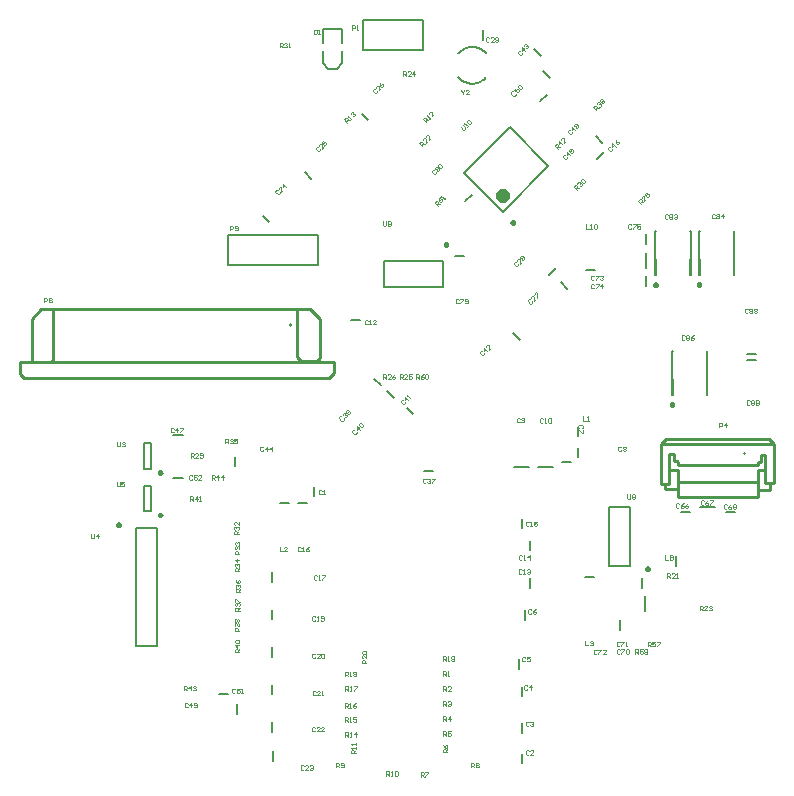
<source format=gbr>
%FSDAX24Y24*%
%MOIN*%
%SFA1B1*%

%IPPOS*%
%ADD61C,0.023600*%
%ADD62C,0.009800*%
%ADD64C,0.007900*%
%ADD65C,0.010000*%
%ADD66C,0.003000*%
%LNde-020717_legend_top-1*%
%LPD*%
G54D61*
X016628Y019912D02*
D01*
X016627Y019920*
X016626Y019928*
X016625Y019936*
X016623Y019944*
X016620Y019952*
X016617Y019959*
X016614Y019967*
X016610Y019974*
X016605Y019981*
X016600Y019987*
X016594Y019993*
X016588Y019999*
X016582Y020004*
X016575Y020009*
X016569Y020014*
X016561Y020018*
X016554Y020021*
X016546Y020024*
X016538Y020026*
X016530Y020028*
X016522Y020029*
X016514Y020029*
X016505*
X016497Y020029*
X016489Y020028*
X016481Y020026*
X016473Y020024*
X016465Y020021*
X016458Y020018*
X016451Y020014*
X016444Y020009*
X016437Y020004*
X016431Y019999*
X016425Y019993*
X016419Y019987*
X016414Y019981*
X016409Y019974*
X016405Y019967*
X016402Y019959*
X016399Y019952*
X016396Y019944*
X016394Y019936*
X016393Y019928*
X016392Y019920*
X016392Y019912*
X016392Y019903*
X016393Y019895*
X016394Y019887*
X016396Y019879*
X016399Y019871*
X016402Y019864*
X016405Y019856*
X016409Y019849*
X016414Y019842*
X016419Y019836*
X016425Y019830*
X016431Y019824*
X016437Y019819*
X016444Y019814*
X016451Y019809*
X016458Y019805*
X016465Y019802*
X016473Y019799*
X016481Y019797*
X016489Y019795*
X016497Y019794*
X016505Y019794*
X016514*
X016522Y019794*
X016530Y019795*
X016538Y019797*
X016546Y019799*
X016554Y019802*
X016561Y019805*
X016569Y019809*
X016575Y019814*
X016582Y019819*
X016588Y019824*
X016594Y019830*
X016600Y019836*
X016605Y019842*
X016610Y019849*
X016614Y019856*
X016617Y019864*
X016620Y019871*
X016623Y019879*
X016625Y019887*
X016626Y019895*
X016627Y019903*
X016628Y019912*
G54D62*
X016905Y019006D02*
D01*
X016904Y019009*
X016904Y019012*
X016903Y019016*
X016903Y019019*
X016902Y019022*
X016900Y019025*
X016899Y019029*
X016897Y019031*
X016895Y019034*
X016893Y019037*
X016891Y019040*
X016888Y019042*
X016886Y019044*
X016883Y019046*
X016880Y019048*
X016877Y019050*
X016874Y019051*
X016871Y019052*
X016867Y019053*
X016864Y019054*
X016861Y019054*
X016857Y019054*
X016854*
X016850Y019054*
X016847Y019054*
X016844Y019053*
X016840Y019052*
X016837Y019051*
X016834Y019050*
X016831Y019048*
X016828Y019046*
X016825Y019044*
X016823Y019042*
X016820Y019040*
X016818Y019037*
X016816Y019034*
X016814Y019031*
X016812Y019029*
X016811Y019025*
X016809Y019022*
X016808Y019019*
X016808Y019016*
X016807Y019012*
X016807Y019009*
X016807Y019006*
X016807Y019002*
X016807Y018999*
X016808Y018995*
X016808Y018992*
X016809Y018989*
X016811Y018986*
X016812Y018982*
X016814Y018980*
X016816Y018977*
X016818Y018974*
X016820Y018971*
X016823Y018969*
X016825Y018967*
X016828Y018965*
X016831Y018963*
X016834Y018961*
X016837Y018960*
X016840Y018959*
X016844Y018958*
X016847Y018957*
X016850Y018957*
X016854Y018957*
X016857*
X016861Y018957*
X016864Y018957*
X016867Y018958*
X016871Y018959*
X016874Y018960*
X016877Y018961*
X016880Y018963*
X016883Y018965*
X016886Y018967*
X016888Y018969*
X016891Y018971*
X016893Y018974*
X016895Y018977*
X016897Y018980*
X016899Y018982*
X016900Y018986*
X016902Y018989*
X016903Y018992*
X016903Y018995*
X016904Y018999*
X016904Y019002*
X016905Y019006*
X014675Y018284D02*
D01*
X014674Y018287*
X014674Y018290*
X014673Y018294*
X014673Y018297*
X014672Y018300*
X014670Y018303*
X014669Y018307*
X014667Y018309*
X014665Y018312*
X014663Y018315*
X014661Y018318*
X014658Y018320*
X014656Y018322*
X014653Y018324*
X014650Y018326*
X014647Y018328*
X014644Y018329*
X014641Y018330*
X014637Y018331*
X014634Y018332*
X014631Y018332*
X014627Y018332*
X014624*
X014620Y018332*
X014617Y018332*
X014614Y018331*
X014610Y018330*
X014607Y018329*
X014604Y018328*
X014601Y018326*
X014598Y018324*
X014595Y018322*
X014593Y018320*
X014590Y018318*
X014588Y018315*
X014586Y018312*
X014584Y018309*
X014582Y018307*
X014581Y018303*
X014579Y018300*
X014578Y018297*
X014578Y018294*
X014577Y018290*
X014577Y018287*
X014577Y018284*
X014577Y018280*
X014577Y018277*
X014578Y018273*
X014578Y018270*
X014579Y018267*
X014581Y018264*
X014582Y018260*
X014584Y018258*
X014586Y018255*
X014588Y018252*
X014590Y018249*
X014593Y018247*
X014595Y018245*
X014598Y018243*
X014601Y018241*
X014604Y018239*
X014607Y018238*
X014610Y018237*
X014614Y018236*
X014617Y018235*
X014620Y018235*
X014624Y018235*
X014627*
X014631Y018235*
X014634Y018235*
X014637Y018236*
X014641Y018237*
X014644Y018238*
X014647Y018239*
X014650Y018241*
X014653Y018243*
X014656Y018245*
X014658Y018247*
X014661Y018249*
X014663Y018252*
X014665Y018255*
X014667Y018258*
X014669Y018260*
X014670Y018264*
X014672Y018267*
X014673Y018270*
X014673Y018273*
X014674Y018277*
X014674Y018280*
X014675Y018284*
X021399Y007465D02*
D01*
X021398Y007468*
X021398Y007471*
X021397Y007475*
X021397Y007478*
X021396Y007481*
X021394Y007484*
X021393Y007488*
X021391Y007490*
X021389Y007493*
X021387Y007496*
X021385Y007499*
X021382Y007501*
X021380Y007503*
X021377Y007505*
X021374Y007507*
X021371Y007509*
X021368Y007510*
X021365Y007511*
X021361Y007512*
X021358Y007513*
X021355Y007513*
X021351Y007513*
X021348*
X021344Y007513*
X021341Y007513*
X021338Y007512*
X021334Y007511*
X021331Y007510*
X021328Y007509*
X021325Y007507*
X021322Y007505*
X021319Y007503*
X021317Y007501*
X021314Y007499*
X021312Y007496*
X021310Y007493*
X021308Y007490*
X021306Y007488*
X021305Y007484*
X021303Y007481*
X021302Y007478*
X021302Y007475*
X021301Y007471*
X021301Y007468*
X021301Y007465*
X021301Y007461*
X021301Y007458*
X021302Y007454*
X021302Y007451*
X021303Y007448*
X021305Y007445*
X021306Y007441*
X021308Y007439*
X021310Y007436*
X021312Y007433*
X021314Y007430*
X021317Y007428*
X021319Y007426*
X021322Y007424*
X021325Y007422*
X021328Y007420*
X021331Y007419*
X021334Y007418*
X021338Y007417*
X021341Y007416*
X021344Y007416*
X021348Y007416*
X021351*
X021355Y007416*
X021358Y007416*
X021361Y007417*
X021365Y007418*
X021368Y007419*
X021371Y007420*
X021374Y007422*
X021377Y007424*
X021380Y007426*
X021382Y007428*
X021385Y007430*
X021387Y007433*
X021389Y007436*
X021391Y007439*
X021393Y007441*
X021394Y007445*
X021396Y007448*
X021397Y007451*
X021397Y007454*
X021398Y007458*
X021398Y007461*
X021399Y007465*
X005143Y009259D02*
D01*
X005142Y009262*
X005142Y009265*
X005141Y009269*
X005141Y009272*
X005140Y009275*
X005138Y009278*
X005137Y009282*
X005135Y009284*
X005133Y009287*
X005131Y009290*
X005129Y009293*
X005126Y009295*
X005124Y009297*
X005121Y009299*
X005118Y009301*
X005115Y009303*
X005112Y009304*
X005109Y009305*
X005105Y009306*
X005102Y009307*
X005099Y009307*
X005095Y009307*
X005092*
X005088Y009307*
X005085Y009307*
X005082Y009306*
X005078Y009305*
X005075Y009304*
X005072Y009303*
X005069Y009301*
X005066Y009299*
X005063Y009297*
X005061Y009295*
X005058Y009293*
X005056Y009290*
X005054Y009287*
X005052Y009284*
X005050Y009282*
X005049Y009278*
X005047Y009275*
X005046Y009272*
X005046Y009269*
X005045Y009265*
X005045Y009262*
X005045Y009259*
X005045Y009255*
X005045Y009252*
X005046Y009248*
X005046Y009245*
X005047Y009242*
X005049Y009239*
X005050Y009235*
X005052Y009233*
X005054Y009230*
X005056Y009227*
X005058Y009224*
X005061Y009222*
X005063Y009220*
X005066Y009218*
X005069Y009216*
X005072Y009214*
X005075Y009213*
X005078Y009212*
X005082Y009211*
X005085Y009210*
X005088Y009210*
X005092Y009210*
X005095*
X005099Y009210*
X005102Y009210*
X005105Y009211*
X005109Y009212*
X005112Y009213*
X005115Y009214*
X005118Y009216*
X005121Y009218*
X005124Y009220*
X005126Y009222*
X005129Y009224*
X005131Y009227*
X005133Y009230*
X005135Y009233*
X005137Y009235*
X005138Y009239*
X005140Y009242*
X005141Y009245*
X005141Y009248*
X005142Y009252*
X005142Y009255*
X005143Y009259*
X003759Y008935D02*
D01*
X003758Y008938*
X003758Y008941*
X003757Y008945*
X003757Y008948*
X003756Y008951*
X003754Y008954*
X003753Y008958*
X003751Y008960*
X003749Y008963*
X003747Y008966*
X003745Y008969*
X003742Y008971*
X003740Y008973*
X003737Y008975*
X003734Y008977*
X003731Y008979*
X003728Y008980*
X003725Y008981*
X003721Y008982*
X003718Y008983*
X003715Y008983*
X003711Y008983*
X003708*
X003704Y008983*
X003701Y008983*
X003698Y008982*
X003694Y008981*
X003691Y008980*
X003688Y008979*
X003685Y008977*
X003682Y008975*
X003679Y008973*
X003677Y008971*
X003674Y008969*
X003672Y008966*
X003670Y008963*
X003668Y008960*
X003666Y008958*
X003665Y008954*
X003663Y008951*
X003662Y008948*
X003662Y008945*
X003661Y008941*
X003661Y008938*
X003661Y008935*
X003661Y008931*
X003661Y008928*
X003662Y008924*
X003662Y008921*
X003663Y008918*
X003665Y008915*
X003666Y008911*
X003668Y008909*
X003670Y008906*
X003672Y008903*
X003674Y008900*
X003677Y008898*
X003679Y008896*
X003682Y008894*
X003685Y008892*
X003688Y008890*
X003691Y008889*
X003694Y008888*
X003698Y008887*
X003701Y008886*
X003704Y008886*
X003708Y008886*
X003711*
X003715Y008886*
X003718Y008886*
X003721Y008887*
X003725Y008888*
X003728Y008889*
X003731Y008890*
X003734Y008892*
X003737Y008894*
X003740Y008896*
X003742Y008898*
X003745Y008900*
X003747Y008903*
X003749Y008906*
X003751Y008909*
X003753Y008911*
X003754Y008915*
X003756Y008918*
X003757Y008921*
X003757Y008924*
X003758Y008928*
X003758Y008931*
X003759Y008935*
X005143Y010669D02*
D01*
X005142Y010672*
X005142Y010675*
X005141Y010679*
X005141Y010682*
X005140Y010685*
X005138Y010688*
X005137Y010692*
X005135Y010694*
X005133Y010697*
X005131Y010700*
X005129Y010703*
X005126Y010705*
X005124Y010707*
X005121Y010709*
X005118Y010711*
X005115Y010713*
X005112Y010714*
X005109Y010715*
X005105Y010716*
X005102Y010717*
X005099Y010717*
X005095Y010717*
X005092*
X005088Y010717*
X005085Y010717*
X005082Y010716*
X005078Y010715*
X005075Y010714*
X005072Y010713*
X005069Y010711*
X005066Y010709*
X005063Y010707*
X005061Y010705*
X005058Y010703*
X005056Y010700*
X005054Y010697*
X005052Y010694*
X005050Y010692*
X005049Y010688*
X005047Y010685*
X005046Y010682*
X005046Y010679*
X005045Y010675*
X005045Y010672*
X005045Y010669*
X005045Y010665*
X005045Y010662*
X005046Y010658*
X005046Y010655*
X005047Y010652*
X005049Y010649*
X005050Y010645*
X005052Y010643*
X005054Y010640*
X005056Y010637*
X005058Y010634*
X005061Y010632*
X005063Y010630*
X005066Y010628*
X005069Y010626*
X005072Y010624*
X005075Y010623*
X005078Y010622*
X005082Y010621*
X005085Y010620*
X005088Y010620*
X005092Y010620*
X005095*
X005099Y010620*
X005102Y010620*
X005105Y010621*
X005109Y010622*
X005112Y010623*
X005115Y010624*
X005118Y010626*
X005121Y010628*
X005124Y010630*
X005126Y010632*
X005129Y010634*
X005131Y010637*
X005133Y010640*
X005135Y010643*
X005137Y010645*
X005138Y010649*
X005140Y010652*
X005141Y010655*
X005141Y010658*
X005142Y010662*
X005142Y010665*
X005143Y010669*
X022209Y012937D02*
D01*
X022208Y012940*
X022208Y012943*
X022207Y012947*
X022207Y012950*
X022206Y012953*
X022204Y012956*
X022203Y012960*
X022201Y012962*
X022199Y012965*
X022197Y012968*
X022195Y012971*
X022192Y012973*
X022190Y012975*
X022187Y012977*
X022184Y012979*
X022181Y012981*
X022178Y012982*
X022175Y012983*
X022171Y012984*
X022168Y012985*
X022165Y012985*
X022161Y012985*
X022158*
X022154Y012985*
X022151Y012985*
X022148Y012984*
X022144Y012983*
X022141Y012982*
X022138Y012981*
X022135Y012979*
X022132Y012977*
X022129Y012975*
X022127Y012973*
X022124Y012971*
X022122Y012968*
X022120Y012965*
X022118Y012962*
X022116Y012960*
X022115Y012956*
X022113Y012953*
X022112Y012950*
X022112Y012947*
X022111Y012943*
X022111Y012940*
X022111Y012937*
X022111Y012933*
X022111Y012930*
X022112Y012926*
X022112Y012923*
X022113Y012920*
X022115Y012917*
X022116Y012913*
X022118Y012911*
X022120Y012908*
X022122Y012905*
X022124Y012902*
X022127Y012900*
X022129Y012898*
X022132Y012896*
X022135Y012894*
X022138Y012892*
X022141Y012891*
X022144Y012890*
X022148Y012889*
X022151Y012888*
X022154Y012888*
X022158Y012888*
X022161*
X022165Y012888*
X022168Y012888*
X022171Y012889*
X022175Y012890*
X022178Y012891*
X022181Y012892*
X022184Y012894*
X022187Y012896*
X022190Y012898*
X022192Y012900*
X022195Y012902*
X022197Y012905*
X022199Y012908*
X022201Y012911*
X022203Y012913*
X022204Y012917*
X022206Y012920*
X022207Y012923*
X022207Y012926*
X022208Y012930*
X022208Y012933*
X022209Y012937*
X023109Y016937D02*
D01*
X023108Y016940*
X023108Y016943*
X023107Y016947*
X023107Y016950*
X023106Y016953*
X023104Y016956*
X023103Y016960*
X023101Y016962*
X023099Y016965*
X023097Y016968*
X023095Y016971*
X023092Y016973*
X023090Y016975*
X023087Y016977*
X023084Y016979*
X023081Y016981*
X023078Y016982*
X023075Y016983*
X023071Y016984*
X023068Y016985*
X023065Y016985*
X023061Y016985*
X023058*
X023054Y016985*
X023051Y016985*
X023048Y016984*
X023044Y016983*
X023041Y016982*
X023038Y016981*
X023035Y016979*
X023032Y016977*
X023029Y016975*
X023027Y016973*
X023024Y016971*
X023022Y016968*
X023020Y016965*
X023018Y016962*
X023016Y016960*
X023015Y016956*
X023013Y016953*
X023012Y016950*
X023012Y016947*
X023011Y016943*
X023011Y016940*
X023011Y016937*
X023011Y016933*
X023011Y016930*
X023012Y016926*
X023012Y016923*
X023013Y016920*
X023015Y016917*
X023016Y016913*
X023018Y016911*
X023020Y016908*
X023022Y016905*
X023024Y016902*
X023027Y016900*
X023029Y016898*
X023032Y016896*
X023035Y016894*
X023038Y016892*
X023041Y016891*
X023044Y016890*
X023048Y016889*
X023051Y016888*
X023054Y016888*
X023058Y016888*
X023061*
X023065Y016888*
X023068Y016888*
X023071Y016889*
X023075Y016890*
X023078Y016891*
X023081Y016892*
X023084Y016894*
X023087Y016896*
X023090Y016898*
X023092Y016900*
X023095Y016902*
X023097Y016905*
X023099Y016908*
X023101Y016911*
X023103Y016913*
X023104Y016917*
X023106Y016920*
X023107Y016923*
X023107Y016926*
X023108Y016930*
X023108Y016933*
X023109Y016937*
X021659D02*
D01*
X021658Y016940*
X021658Y016943*
X021657Y016947*
X021657Y016950*
X021656Y016953*
X021654Y016956*
X021653Y016960*
X021651Y016962*
X021649Y016965*
X021647Y016968*
X021645Y016971*
X021642Y016973*
X021640Y016975*
X021637Y016977*
X021634Y016979*
X021631Y016981*
X021628Y016982*
X021625Y016983*
X021621Y016984*
X021618Y016985*
X021615Y016985*
X021611Y016985*
X021608*
X021604Y016985*
X021601Y016985*
X021598Y016984*
X021594Y016983*
X021591Y016982*
X021588Y016981*
X021585Y016979*
X021582Y016977*
X021579Y016975*
X021577Y016973*
X021574Y016971*
X021572Y016968*
X021570Y016965*
X021568Y016962*
X021566Y016960*
X021565Y016956*
X021563Y016953*
X021562Y016950*
X021562Y016947*
X021561Y016943*
X021561Y016940*
X021561Y016937*
X021561Y016933*
X021561Y016930*
X021562Y016926*
X021562Y016923*
X021563Y016920*
X021565Y016917*
X021566Y016913*
X021568Y016911*
X021570Y016908*
X021572Y016905*
X021574Y016902*
X021577Y016900*
X021579Y016898*
X021582Y016896*
X021585Y016894*
X021588Y016892*
X021591Y016891*
X021594Y016890*
X021598Y016889*
X021601Y016888*
X021604Y016888*
X021608Y016888*
X021611*
X021615Y016888*
X021618Y016888*
X021621Y016889*
X021625Y016890*
X021628Y016891*
X021631Y016892*
X021634Y016894*
X021637Y016896*
X021640Y016898*
X021642Y016900*
X021645Y016902*
X021647Y016905*
X021649Y016908*
X021651Y016911*
X021653Y016913*
X021654Y016917*
X021656Y016920*
X021657Y016923*
X021657Y016926*
X021658Y016930*
X021658Y016933*
X021659Y016937*
G54D64*
X015036Y023854D02*
D01*
X015064Y023822*
X015095Y023793*
X015128Y023766*
X015163Y023741*
X015199Y023719*
X015237Y023699*
X015276Y023682*
X015316Y023668*
X015357Y023656*
X015399Y023648*
X015441Y023642*
X015483Y023640*
X015526Y023640*
X015568Y023643*
X015610Y023650*
X015652Y023659*
X015693Y023671*
X015733Y023686*
X015771Y023703*
X015809Y023724*
X015845Y023747*
X015879Y023772*
X015911Y023800*
X015942Y023829*
X015959Y023848*
X015955Y024652D02*
D01*
X015925Y024683*
X015894Y024711*
X015861Y024738*
X015826Y024762*
X015789Y024784*
X015751Y024803*
X015712Y024820*
X015672Y024834*
X015631Y024845*
X015589Y024852*
X015546Y024858*
X015504Y024860*
X015461Y024859*
X015419Y024855*
X015377Y024848*
X015335Y024838*
X015295Y024826*
X015255Y024810*
X015216Y024792*
X015179Y024771*
X015144Y024748*
X015110Y024722*
X015078Y024694*
X015048Y024664*
X015032Y024646*
X019293Y017431D02*
X019607D01*
X019243Y007204D02*
X019557D01*
X022276Y007880D02*
Y007565D01*
X009093Y009669D02*
X009407D01*
X019031Y011893D02*
Y012207D01*
X011165Y024318D02*
Y024712D01*
X010535Y024318D02*
X010693Y024122D01*
X011007D02*
X011165Y024318D01*
X010535D02*
Y024712D01*
X010693Y024122D02*
X011007D01*
X010535Y025460D02*
X011165D01*
Y024988D02*
Y025460D01*
X010535Y024988D02*
Y025460D01*
X016510Y019356D02*
X018041Y020887D01*
X015215Y020650D02*
X016746Y022181D01*
X015215Y020650D02*
X016510Y019356D01*
X016746Y022181D02*
X018041Y020887D01*
X012557Y016867D02*
Y017733D01*
X014526D02*
Y016867D01*
X012557D02*
X014526D01*
X012557Y017733D02*
X014526D01*
X020051Y009534D02*
X020759D01*
X020051Y007566D02*
X020759D01*
X020051D02*
Y009534D01*
X020759Y007566D02*
Y009534D01*
X004572Y009377D02*
X004808D01*
X004572Y010243D02*
X004808D01*
Y009377D02*
Y010243D01*
X004572Y009377D02*
Y010243D01*
X004301Y004882D02*
X005009D01*
X004301Y008819D02*
X005009D01*
Y004882D02*
Y008819D01*
X004301Y004882D02*
Y008819D01*
X004572Y010787D02*
X004808D01*
X004572Y011653D02*
X004808D01*
Y010787*
X004572D02*
Y011653D01*
X007350Y018600D02*
X010350D01*
X007350Y017600D02*
Y018600D01*
Y017600D02*
X010350D01*
Y018600*
X011850Y025750D02*
X013850D01*
X011850Y024750D02*
Y025750D01*
Y024750D02*
X013850D01*
Y025750*
X024643Y014439D02*
X024957D01*
X024643Y014631D02*
X024957D01*
X022179Y013272D02*
Y013803D01*
X022159Y014728D02*
X022179D01*
X023321Y013803D02*
Y013272D01*
Y014728D02*
X023341D01*
X022159Y013272D02*
Y014728D01*
X023341Y013272D02*
Y014728D01*
X023079Y017272D02*
Y017803D01*
X023059Y018728D02*
X023079D01*
X024221Y017272D02*
Y017803D01*
Y018728D02*
X024241D01*
X023059Y017272D02*
Y018728D01*
X024241Y017272D02*
Y018728D01*
X021629Y017272D02*
Y017803D01*
X021609Y018728D02*
X021629D01*
X022771Y017803D02*
Y017272D01*
Y018728D02*
X022791D01*
X021609Y017272D02*
Y018728D01*
X022791D02*
Y017272D01*
X015262Y019715D02*
X015485Y019938D01*
X014913Y017879D02*
X015227D01*
X021298Y018297D02*
Y018612D01*
Y017217D02*
Y016903D01*
Y017494D02*
Y018006D01*
X020419Y005443D02*
Y005757D01*
X021169Y006843D02*
Y007157D01*
X021248Y006556D02*
Y006044D01*
X023943Y009363D02*
X024257D01*
X023089Y009520D02*
X023601D01*
X022443Y009363D02*
X022757D01*
X005533Y010479D02*
X005847D01*
X007043Y003296D02*
X007357D01*
X017872Y024045D02*
X018095Y023822D01*
X007669Y002643D02*
Y002957D01*
X017759Y023049D02*
X017981Y023272D01*
X005533Y011929D02*
X005847D01*
X019668Y021140D02*
X019891Y021362D01*
X019612Y021885D02*
X019835Y021662D01*
X007581Y010893D02*
Y011207D01*
X017562Y024785D02*
X017785Y024562D01*
X016862Y015315D02*
X017085Y015092D01*
X013315Y012838D02*
X013538Y012615D01*
X012662Y013385D02*
X012885Y013162D01*
X012242Y013805D02*
X012465Y013582D01*
X013883Y010711D02*
X014197D01*
X015859Y025103D02*
Y025417D01*
X018062Y017265D02*
X018285Y017488D01*
X018449Y017021D02*
X018671Y016799D01*
X011815Y022638D02*
X012038Y022415D01*
X009915Y020688D02*
X010138Y020465D01*
X008515Y019238D02*
X008738Y019015D01*
X008851Y001063D02*
Y001377D01*
X008831Y002043D02*
Y002357D01*
Y003293D02*
Y003607D01*
Y004543D02*
Y004857D01*
Y005793D02*
Y006107D01*
Y007043D02*
Y007357D01*
X009693Y009669D02*
X010007D01*
X017169Y008817D02*
Y009132D01*
X017419Y008093D02*
Y008407D01*
Y006843D02*
Y007157D01*
X011443Y015769D02*
X011757D01*
X017694Y010852D02*
X018206D01*
X016894D02*
X017406D01*
X019031Y011193D02*
Y011507D01*
X018493Y011031D02*
X018807D01*
X017269Y005763D02*
Y006077D01*
X017069Y004143D02*
Y004457D01*
X017169Y003221D02*
Y003536D01*
Y002007D02*
Y002322D01*
Y000993D02*
Y001307D01*
X010219Y009893D02*
Y010207D01*
G54D65*
X009420Y015610D02*
X009440Y015590D01*
Y015580D02*
Y015590D01*
X001120Y016110D02*
X010090D01*
X000810Y015800D02*
X001120Y016110D01*
X000810Y014410D02*
Y015800D01*
Y014410D02*
X000870Y014350D01*
X001460*
X001540Y014430*
Y016110*
X010090D02*
X010420Y015780D01*
Y014500D02*
Y015780D01*
X010310Y014390D02*
X010420Y014500D01*
X009800Y014390D02*
X010310D01*
X009670Y014520D02*
X009800Y014390D01*
X009670Y014520D02*
Y016110D01*
X000440Y014350D02*
X010880D01*
X000440Y013970D02*
Y014350D01*
Y013970D02*
X000570Y013840D01*
X010730*
X010880Y013990*
Y014350*
X024560Y011340D02*
X024570D01*
X022360Y009870D02*
Y010110D01*
X022370Y009860D02*
X025010D01*
Y010100*
X021910Y010110D02*
Y010250D01*
Y010110D02*
X022360D01*
Y010370*
X025010D02*
X025020Y010380D01*
X025010Y010100D02*
Y010370D01*
Y010100D02*
X025440D01*
Y010250*
X022080Y010760D02*
X022360D01*
Y010370D02*
Y010760D01*
Y010370D02*
X025020D01*
Y010770*
X025210*
X021790Y011620D02*
X025560D01*
X025390Y011790D02*
X025560Y011620D01*
Y011610D02*
Y011620D01*
Y010310D02*
Y011610D01*
X025260Y010310D02*
X025560D01*
X025260D02*
Y011270D01*
X025120D02*
X025260D01*
X025120Y011040D02*
Y011270D01*
X025010Y011040D02*
X025120D01*
X025010Y010940D02*
Y011040D01*
X025000Y010930D02*
X025010Y010940D01*
X022350Y010930D02*
X025000D01*
X022350D02*
Y011030D01*
X022330Y011050D02*
X022350Y011030D01*
X022220Y011050D02*
X022330D01*
X022220D02*
Y011280D01*
X022050D02*
X022220D01*
X022050Y010280D02*
Y011280D01*
X021810Y010280D02*
X022050D01*
X021790Y010300D02*
X021810Y010280D01*
X021790Y010300D02*
Y011620D01*
X021960Y011790*
X025390*
G54D66*
X010480Y010075D02*
X010455Y010100D01*
X010405*
X010380Y010075*
Y009975*
X010405Y009950*
X010455*
X010480Y009975*
X010530Y009950D02*
X010580D01*
X010555*
Y010100*
X010530Y010075*
X017390Y001395D02*
X017365Y001420D01*
X017315*
X017290Y001395*
Y001295*
X017315Y001270*
X017365*
X017390Y001295*
X017540Y001270D02*
X017440D01*
X017540Y001370*
Y001395*
X017515Y001420*
X017465*
X017440Y001395*
X017390Y002345D02*
X017365Y002370D01*
X017315*
X017290Y002345*
Y002245*
X017315Y002220*
X017365*
X017390Y002245*
X017440Y002345D02*
X017465Y002370D01*
X017515*
X017540Y002345*
Y002320*
X017515Y002295*
X017490*
X017515*
X017540Y002270*
Y002245*
X017515Y002220*
X017465*
X017440Y002245*
X017340Y003565D02*
X017315Y003590D01*
X017265*
X017240Y003565*
Y003465*
X017265Y003440*
X017315*
X017340Y003465*
X017465Y003440D02*
Y003590D01*
X017390Y003515*
X017490*
X017270Y004505D02*
X017245Y004530D01*
X017195*
X017170Y004505*
Y004405*
X017195Y004380*
X017245*
X017270Y004405*
X017420Y004530D02*
X017320D01*
Y004455*
X017370Y004480*
X017395*
X017420Y004455*
Y004405*
X017395Y004380*
X017345*
X017320Y004405*
X017470Y006085D02*
X017445Y006110D01*
X017395*
X017370Y006085*
Y005985*
X017395Y005960*
X017445*
X017470Y005985*
X017620Y006110D02*
X017570Y006085D01*
X017520Y006035*
Y005985*
X017545Y005960*
X017595*
X017620Y005985*
Y006010*
X017595Y006035*
X017520*
X019155Y012150D02*
X019180Y012175D01*
Y012225*
X019155Y012250*
X019055*
X019030Y012225*
Y012175*
X019055Y012150*
X019180Y012100D02*
Y012000D01*
X019155*
X019055Y012100*
X019030*
X020470Y011515D02*
X020445Y011540D01*
X020395*
X020370Y011515*
Y011415*
X020395Y011390*
X020445*
X020470Y011415*
X020520Y011515D02*
X020545Y011540D01*
X020595*
X020620Y011515*
Y011490*
X020595Y011465*
X020620Y011440*
Y011415*
X020595Y011390*
X020545*
X020520Y011415*
Y011440*
X020545Y011465*
X020520Y011490*
Y011515*
X020545Y011465D02*
X020595D01*
X017090Y012475D02*
X017065Y012500D01*
X017015*
X016990Y012475*
Y012375*
X017015Y012350*
X017065*
X017090Y012375*
X017140D02*
X017165Y012350D01*
X017215*
X017240Y012375*
Y012475*
X017215Y012500*
X017165*
X017140Y012475*
Y012450*
X017165Y012425*
X017240*
X017860Y012465D02*
X017835Y012490D01*
X017785*
X017760Y012465*
Y012365*
X017785Y012340*
X017835*
X017860Y012365*
X017910Y012340D02*
X017960D01*
X017935*
Y012490*
X017910Y012465*
X018035D02*
X018060Y012490D01*
X018110*
X018135Y012465*
Y012365*
X018110Y012340*
X018060*
X018035Y012365*
Y012465*
X012020Y015735D02*
X011995Y015760D01*
X011945*
X011920Y015735*
Y015635*
X011945Y015610*
X011995*
X012020Y015635*
X012070Y015610D02*
X012120D01*
X012095*
Y015760*
X012070Y015735*
X012295Y015610D02*
X012195D01*
X012295Y015710*
Y015735*
X012270Y015760*
X012220*
X012195Y015735*
X017150Y007425D02*
X017125Y007450D01*
X017075*
X017050Y007425*
Y007325*
X017075Y007300*
X017125*
X017150Y007325*
X017200Y007300D02*
X017250D01*
X017225*
Y007450*
X017200Y007425*
X017325D02*
X017350Y007450D01*
X017400*
X017425Y007425*
Y007400*
X017400Y007375*
X017375*
X017400*
X017425Y007350*
Y007325*
X017400Y007300*
X017350*
X017325Y007325*
X017160Y007895D02*
X017135Y007920D01*
X017085*
X017060Y007895*
Y007795*
X017085Y007770*
X017135*
X017160Y007795*
X017210Y007770D02*
X017260D01*
X017235*
Y007920*
X017210Y007895*
X017410Y007770D02*
Y007920D01*
X017335Y007845*
X017435*
X017390Y009015D02*
X017365Y009040D01*
X017315*
X017290Y009015*
Y008915*
X017315Y008890*
X017365*
X017390Y008915*
X017440Y008890D02*
X017490D01*
X017465*
Y009040*
X017440Y009015*
X017665Y009040D02*
X017565D01*
Y008965*
X017615Y008990*
X017640*
X017665Y008965*
Y008915*
X017640Y008890*
X017590*
X017565Y008915*
X009780Y008175D02*
X009755Y008200D01*
X009705*
X009680Y008175*
Y008075*
X009705Y008050*
X009755*
X009780Y008075*
X009830Y008050D02*
X009880D01*
X009855*
Y008200*
X009830Y008175*
X010055Y008200D02*
X010005Y008175D01*
X009955Y008125*
Y008075*
X009980Y008050*
X010030*
X010055Y008075*
Y008100*
X010030Y008125*
X009955*
X010330Y007225D02*
X010305Y007250D01*
X010255*
X010230Y007225*
Y007125*
X010255Y007100*
X010305*
X010330Y007125*
X010380Y007100D02*
X010430D01*
X010405*
Y007250*
X010380Y007225*
X010505Y007250D02*
X010605D01*
Y007225*
X010505Y007125*
Y007100*
X010270Y005865D02*
X010245Y005890D01*
X010195*
X010170Y005865*
Y005765*
X010195Y005740*
X010245*
X010270Y005765*
X010320Y005740D02*
X010370D01*
X010345*
Y005890*
X010320Y005865*
X010445Y005765D02*
X010470Y005740D01*
X010520*
X010545Y005765*
Y005865*
X010520Y005890*
X010470*
X010445Y005865*
Y005840*
X010470Y005815*
X010545*
X010270Y004615D02*
X010245Y004640D01*
X010195*
X010170Y004615*
Y004515*
X010195Y004490*
X010245*
X010270Y004515*
X010420Y004490D02*
X010320D01*
X010420Y004590*
Y004615*
X010395Y004640*
X010345*
X010320Y004615*
X010470D02*
X010495Y004640D01*
X010545*
X010570Y004615*
Y004515*
X010545Y004490*
X010495*
X010470Y004515*
Y004615*
X010280Y003375D02*
X010255Y003400D01*
X010205*
X010180Y003375*
Y003275*
X010205Y003250*
X010255*
X010280Y003275*
X010430Y003250D02*
X010330D01*
X010430Y003350*
Y003375*
X010405Y003400*
X010355*
X010330Y003375*
X010480Y003250D02*
X010530D01*
X010505*
Y003400*
X010480Y003375*
X010260Y002175D02*
X010235Y002200D01*
X010185*
X010160Y002175*
Y002075*
X010185Y002050*
X010235*
X010260Y002075*
X010410Y002050D02*
X010310D01*
X010410Y002150*
Y002175*
X010385Y002200*
X010335*
X010310Y002175*
X010560Y002050D02*
X010460D01*
X010560Y002150*
Y002175*
X010535Y002200*
X010485*
X010460Y002175*
X009880Y000885D02*
X009855Y000910D01*
X009805*
X009780Y000885*
Y000785*
X009805Y000760*
X009855*
X009880Y000785*
X010030Y000760D02*
X009930D01*
X010030Y000860*
Y000885*
X010005Y000910*
X009955*
X009930Y000885*
X010080D02*
X010105Y000910D01*
X010155*
X010180Y000885*
Y000860*
X010155Y000835*
X010130*
X010155*
X010180Y000810*
Y000785*
X010155Y000760*
X010105*
X010080Y000785*
X009012Y020089D02*
X008977D01*
X008942Y020054*
Y020018*
X009012Y019948*
X009048*
X009083Y019983*
Y020018*
X009207Y020107D02*
X009136Y020036D01*
Y020177*
X009118Y020195*
X009083*
X009048Y020160*
Y020124*
X009295Y020195D02*
X009189Y020301D01*
Y020195*
X009260Y020266*
X010352Y021529D02*
X010317D01*
X010282Y021494*
Y021458*
X010352Y021388*
X010388*
X010423Y021423*
Y021458*
X010547Y021547D02*
X010476Y021476D01*
Y021617*
X010458Y021635*
X010423*
X010388Y021600*
Y021564*
X010547Y021759D02*
X010476Y021688D01*
X010529Y021635*
X010547Y021688*
X010564Y021706*
X010600*
X010635Y021670*
Y021635*
X010600Y021600*
X010564*
X012252Y023469D02*
X012217D01*
X012182Y023434*
Y023398*
X012252Y023328*
X012288*
X012323Y023363*
Y023398*
X012447Y023487D02*
X012376Y023416D01*
Y023557*
X012358Y023575*
X012323*
X012288Y023540*
Y023504*
X012447Y023699D02*
X012429Y023646D01*
Y023575*
X012464Y023540*
X012500*
X012535Y023575*
Y023610*
X012517Y023628*
X012482*
X012429Y023575*
X017432Y016449D02*
X017397D01*
X017362Y016414*
Y016378*
X017432Y016308*
X017468*
X017503Y016343*
Y016378*
X017627Y016467D02*
X017556Y016396D01*
Y016537*
X017538Y016555*
X017503*
X017468Y016520*
Y016484*
X017556Y016608D02*
X017627Y016679D01*
X017644Y016661*
Y016520*
X017662Y016502*
X016952Y017689D02*
X016917D01*
X016882Y017654*
Y017618*
X016952Y017548*
X016988*
X017023Y017583*
Y017618*
X017147Y017707D02*
X017076Y017636D01*
Y017777*
X017058Y017795*
X017023*
X016988Y017760*
Y017724*
X017094Y017830D02*
Y017866D01*
X017129Y017901*
X017164*
X017182Y017883*
Y017848*
X017217*
X017235Y017830*
Y017795*
X017200Y017760*
X017164*
X017147Y017777*
Y017813*
X017111*
X017094Y017830*
X017147Y017813D02*
X017182Y017848D01*
X016060Y025155D02*
X016035Y025180D01*
X015985*
X015960Y025155*
Y025055*
X015985Y025030*
X016035*
X016060Y025055*
X016210Y025030D02*
X016110D01*
X016210Y025130*
Y025155*
X016185Y025180*
X016135*
X016110Y025155*
X016260Y025055D02*
X016285Y025030D01*
X016335*
X016360Y025055*
Y025155*
X016335Y025180*
X016285*
X016260Y025155*
Y025130*
X016285Y025105*
X016360*
X013958Y010444D02*
X013933Y010469D01*
X013883*
X013858Y010444*
Y010344*
X013883Y010319*
X013933*
X013958Y010344*
X014008Y010444D02*
X014033Y010469D01*
X014083*
X014108Y010444*
Y010419*
X014083Y010394*
X014058*
X014083*
X014108Y010369*
Y010344*
X014083Y010319*
X014033*
X014008Y010344*
X014158Y010469D02*
X014258D01*
Y010444*
X014158Y010344*
Y010319*
X011142Y012549D02*
X011107D01*
X011072Y012514*
Y012478*
X011142Y012408*
X011178*
X011213Y012443*
Y012478*
X011178Y012584D02*
Y012620D01*
X011213Y012655*
X011248*
X011266Y012637*
Y012602*
X011248Y012584*
X011266Y012602*
X011301*
X011319Y012584*
Y012549*
X011284Y012514*
X011248*
X011354Y012620D02*
X011390D01*
X011425Y012655*
Y012690*
X011354Y012761*
X011319*
X011284Y012726*
Y012690*
X011301Y012673*
X011337*
X011390Y012726*
X011572Y012109D02*
X011537D01*
X011502Y012074*
Y012038*
X011572Y011968*
X011608*
X011643Y012003*
Y012038*
X011749Y012109D02*
X011643Y012215D01*
Y012109*
X011714Y012180*
Y012250D02*
Y012286D01*
X011749Y012321*
X011784*
X011855Y012250*
Y012215*
X011820Y012180*
X011784*
X011714Y012250*
X013182Y013099D02*
X013147D01*
X013112Y013064*
Y013028*
X013182Y012958*
X013218*
X013253Y012993*
Y013028*
X013359Y013099D02*
X013253Y013205D01*
Y013099*
X013324Y013170*
X013412Y013152D02*
X013447Y013187D01*
X013430Y013170*
X013324Y013276*
Y013240*
X015832Y014719D02*
X015797D01*
X015762Y014684*
Y014648*
X015832Y014578*
X015868*
X015903Y014613*
Y014648*
X016009Y014719D02*
X015903Y014825D01*
Y014719*
X015974Y014790*
X016133Y014843D02*
X016062Y014772D01*
Y014913*
X016044Y014931*
X016009*
X015974Y014896*
Y014860*
X017092Y024739D02*
X017057D01*
X017022Y024704*
Y024668*
X017092Y024598*
X017128*
X017163Y024633*
Y024668*
X017269Y024739D02*
X017163Y024845D01*
Y024739*
X017234Y024810*
Y024880D02*
Y024916D01*
X017269Y024951*
X017304*
X017322Y024933*
Y024898*
X017304Y024880*
X017322Y024898*
X017357*
X017375Y024880*
Y024845*
X017340Y024810*
X017304*
X008540Y011515D02*
X008515Y011540D01*
X008465*
X008440Y011515*
Y011415*
X008465Y011390*
X008515*
X008540Y011415*
X008665Y011390D02*
Y011540D01*
X008590Y011465*
X008690*
X008815Y011390D02*
Y011540D01*
X008740Y011465*
X008840*
X018592Y021269D02*
X018557D01*
X018522Y021234*
Y021198*
X018592Y021128*
X018628*
X018663Y021163*
Y021198*
X018769Y021269D02*
X018663Y021375D01*
Y021269*
X018734Y021340*
X018787Y021499D02*
X018716Y021428D01*
X018769Y021375*
X018787Y021428*
X018804Y021446*
X018840*
X018875Y021410*
Y021375*
X018840Y021340*
X018804*
X020102Y021539D02*
X020067D01*
X020032Y021504*
Y021468*
X020102Y021398*
X020138*
X020173Y021433*
Y021468*
X020279Y021539D02*
X020173Y021645D01*
Y021539*
X020244Y021610*
X020297Y021769D02*
X020279Y021716D01*
Y021645*
X020314Y021610*
X020350*
X020385Y021645*
Y021680*
X020367Y021698*
X020332*
X020279Y021645*
X005550Y012135D02*
X005525Y012160D01*
X005475*
X005450Y012135*
Y012035*
X005475Y012010*
X005525*
X005550Y012035*
X005675Y012010D02*
Y012160D01*
X005600Y012085*
X005700*
X005750Y012160D02*
X005850D01*
Y012135*
X005750Y012035*
Y012010*
X018752Y022089D02*
X018717D01*
X018682Y022054*
Y022018*
X018752Y021948*
X018788*
X018823Y021983*
Y022018*
X018929Y022089D02*
X018823Y022195D01*
Y022089*
X018894Y022160*
Y022230D02*
Y022266D01*
X018929Y022301*
X018964*
X018982Y022283*
Y022248*
X019017*
X019035Y022230*
Y022195*
X019000Y022160*
X018964*
X018947Y022177*
Y022213*
X018911*
X018894Y022230*
X018947Y022213D02*
X018982Y022248D01*
X006010Y002975D02*
X005985Y003000D01*
X005935*
X005910Y002975*
Y002875*
X005935Y002850*
X005985*
X006010Y002875*
X006135Y002850D02*
Y003000D01*
X006060Y002925*
X006160*
X006210Y002875D02*
X006235Y002850D01*
X006285*
X006310Y002875*
Y002975*
X006285Y003000*
X006235*
X006210Y002975*
Y002950*
X006235Y002925*
X006310*
X016872Y023379D02*
X016837D01*
X016802Y023344*
Y023308*
X016872Y023238*
X016908*
X016943Y023273*
Y023308*
X016961Y023503D02*
X016890Y023432D01*
X016943Y023379*
X016961Y023432*
X016978Y023450*
X017014*
X017049Y023414*
Y023379*
X017014Y023344*
X016978*
X017014Y023520D02*
Y023556D01*
X017049Y023591*
X017084*
X017155Y023520*
Y023485*
X017120Y023450*
X017084*
X017014Y023520*
X007600Y003445D02*
X007575Y003470D01*
X007525*
X007500Y003445*
Y003345*
X007525Y003320*
X007575*
X007600Y003345*
X007750Y003470D02*
X007650D01*
Y003395*
X007700Y003420*
X007725*
X007750Y003395*
Y003345*
X007725Y003320*
X007675*
X007650Y003345*
X007800Y003320D02*
X007850D01*
X007825*
Y003470*
X007800Y003445*
X006170Y010555D02*
X006145Y010580D01*
X006095*
X006070Y010555*
Y010455*
X006095Y010430*
X006145*
X006170Y010455*
X006320Y010580D02*
X006220D01*
Y010505*
X006270Y010530*
X006295*
X006320Y010505*
Y010455*
X006295Y010430*
X006245*
X006220Y010455*
X006470Y010430D02*
X006370D01*
X006470Y010530*
Y010555*
X006445Y010580*
X006395*
X006370Y010555*
X022394Y009619D02*
X022369Y009644D01*
X022319*
X022294Y009619*
Y009519*
X022319Y009494*
X022369*
X022394Y009519*
X022544Y009644D02*
X022494Y009619D01*
X022444Y009569*
Y009519*
X022469Y009494*
X022519*
X022544Y009519*
Y009544*
X022519Y009569*
X022444*
X022694Y009644D02*
X022644Y009619D01*
X022594Y009569*
Y009519*
X022619Y009494*
X022669*
X022694Y009519*
Y009544*
X022669Y009569*
X022594*
X023220Y009725D02*
X023195Y009750D01*
X023145*
X023120Y009725*
Y009625*
X023145Y009600*
X023195*
X023220Y009625*
X023370Y009750D02*
X023320Y009725D01*
X023270Y009675*
Y009625*
X023295Y009600*
X023345*
X023370Y009625*
Y009650*
X023345Y009675*
X023270*
X023420Y009750D02*
X023520D01*
Y009725*
X023420Y009625*
Y009600*
X023990Y009585D02*
X023965Y009610D01*
X023915*
X023890Y009585*
Y009485*
X023915Y009460*
X023965*
X023990Y009485*
X024140Y009610D02*
X024090Y009585D01*
X024040Y009535*
Y009485*
X024065Y009460*
X024115*
X024140Y009485*
Y009510*
X024115Y009535*
X024040*
X024190Y009585D02*
X024215Y009610D01*
X024265*
X024290Y009585*
Y009560*
X024265Y009535*
X024290Y009510*
Y009485*
X024265Y009460*
X024215*
X024190Y009485*
Y009510*
X024215Y009535*
X024190Y009560*
Y009585*
X024215Y009535D02*
X024265D01*
X020420Y004755D02*
X020395Y004780D01*
X020345*
X020320Y004755*
Y004655*
X020345Y004630*
X020395*
X020420Y004655*
X020470Y004780D02*
X020570D01*
Y004755*
X020470Y004655*
Y004630*
X020620Y004755D02*
X020645Y004780D01*
X020695*
X020720Y004755*
Y004655*
X020695Y004630*
X020645*
X020620Y004655*
Y004755*
X020410Y005015D02*
X020385Y005040D01*
X020335*
X020310Y005015*
Y004915*
X020335Y004890*
X020385*
X020410Y004915*
X020460Y005040D02*
X020560D01*
Y005015*
X020460Y004915*
Y004890*
X020610D02*
X020660D01*
X020635*
Y005040*
X020610Y005015*
X019650Y004745D02*
X019625Y004770D01*
X019575*
X019550Y004745*
Y004645*
X019575Y004620*
X019625*
X019650Y004645*
X019700Y004770D02*
X019800D01*
Y004745*
X019700Y004645*
Y004620*
X019950D02*
X019850D01*
X019950Y004720*
Y004745*
X019925Y004770*
X019875*
X019850Y004745*
X019560Y017215D02*
X019535Y017240D01*
X019485*
X019460Y017215*
Y017115*
X019485Y017090*
X019535*
X019560Y017115*
X019610Y017240D02*
X019710D01*
Y017215*
X019610Y017115*
Y017090*
X019760Y017215D02*
X019785Y017240D01*
X019835*
X019860Y017215*
Y017190*
X019835Y017165*
X019810*
X019835*
X019860Y017140*
Y017115*
X019835Y017090*
X019785*
X019760Y017115*
X019560Y016935D02*
X019535Y016960D01*
X019485*
X019460Y016935*
Y016835*
X019485Y016810*
X019535*
X019560Y016835*
X019610Y016960D02*
X019710D01*
Y016935*
X019610Y016835*
Y016810*
X019835D02*
Y016960D01*
X019760Y016885*
X019860*
X020809Y018925D02*
X020784Y018950D01*
X020734*
X020709Y018925*
Y018825*
X020734Y018800*
X020784*
X020809Y018825*
X020859Y018950D02*
X020959D01*
Y018925*
X020859Y018825*
Y018800*
X021109Y018950D02*
X021009D01*
Y018875*
X021059Y018900*
X021084*
X021109Y018875*
Y018825*
X021084Y018800*
X021034*
X021009Y018825*
X015050Y016435D02*
X015025Y016460D01*
X014975*
X014950Y016435*
Y016335*
X014975Y016310*
X015025*
X015050Y016335*
X015100Y016460D02*
X015200D01*
Y016435*
X015100Y016335*
Y016310*
X015250Y016335D02*
X015275Y016310D01*
X015325*
X015350Y016335*
Y016435*
X015325Y016460*
X015275*
X015250Y016435*
Y016410*
X015275Y016385*
X015350*
X014222Y020759D02*
X014187D01*
X014152Y020724*
Y020688*
X014222Y020618*
X014258*
X014293Y020653*
Y020688*
X014258Y020794D02*
Y020830D01*
X014293Y020865*
X014328*
X014346Y020847*
Y020812*
X014381*
X014399Y020794*
Y020759*
X014364Y020724*
X014328*
X014311Y020741*
Y020777*
X014275*
X014258Y020794*
X014311Y020777D02*
X014346Y020812D01*
X014364Y020900D02*
Y020936D01*
X014399Y020971*
X014434*
X014505Y020900*
Y020865*
X014470Y020830*
X014434*
X014364Y020900*
X022020Y019255D02*
X021995Y019280D01*
X021945*
X021920Y019255*
Y019155*
X021945Y019130*
X021995*
X022020Y019155*
X022070Y019255D02*
X022095Y019280D01*
X022145*
X022170Y019255*
Y019230*
X022145Y019205*
X022170Y019180*
Y019155*
X022145Y019130*
X022095*
X022070Y019155*
Y019180*
X022095Y019205*
X022070Y019230*
Y019255*
X022095Y019205D02*
X022145D01*
X022220Y019255D02*
X022245Y019280D01*
X022295*
X022320Y019255*
Y019230*
X022295Y019205*
X022270*
X022295*
X022320Y019180*
Y019155*
X022295Y019130*
X022245*
X022220Y019155*
X023590Y019275D02*
X023565Y019300D01*
X023515*
X023490Y019275*
Y019175*
X023515Y019150*
X023565*
X023590Y019175*
X023640Y019275D02*
X023665Y019300D01*
X023715*
X023740Y019275*
Y019250*
X023715Y019225*
X023740Y019200*
Y019175*
X023715Y019150*
X023665*
X023640Y019175*
Y019200*
X023665Y019225*
X023640Y019250*
Y019275*
X023665Y019225D02*
X023715D01*
X023865Y019150D02*
Y019300D01*
X023790Y019225*
X023890*
X022580Y015225D02*
X022555Y015250D01*
X022505*
X022480Y015225*
Y015125*
X022505Y015100*
X022555*
X022580Y015125*
X022630Y015225D02*
X022655Y015250D01*
X022705*
X022730Y015225*
Y015200*
X022705Y015175*
X022730Y015150*
Y015125*
X022705Y015100*
X022655*
X022630Y015125*
Y015150*
X022655Y015175*
X022630Y015200*
Y015225*
X022655Y015175D02*
X022705D01*
X022880Y015250D02*
X022830Y015225D01*
X022780Y015175*
Y015125*
X022805Y015100*
X022855*
X022880Y015125*
Y015150*
X022855Y015175*
X022780*
X024690Y016115D02*
X024665Y016140D01*
X024615*
X024590Y016115*
Y016015*
X024615Y015990*
X024665*
X024690Y016015*
X024740Y016115D02*
X024765Y016140D01*
X024815*
X024840Y016115*
Y016090*
X024815Y016065*
X024840Y016040*
Y016015*
X024815Y015990*
X024765*
X024740Y016015*
Y016040*
X024765Y016065*
X024740Y016090*
Y016115*
X024765Y016065D02*
X024815D01*
X024890Y016115D02*
X024915Y016140D01*
X024965*
X024990Y016115*
Y016090*
X024965Y016065*
X024990Y016040*
Y016015*
X024965Y015990*
X024915*
X024890Y016015*
Y016040*
X024915Y016065*
X024890Y016090*
Y016115*
X024915Y016065D02*
X024965D01*
X024750Y013055D02*
X024725Y013080D01*
X024675*
X024650Y013055*
Y012955*
X024675Y012930*
X024725*
X024750Y012955*
X024800Y013055D02*
X024825Y013080D01*
X024875*
X024900Y013055*
Y013030*
X024875Y013005*
X024900Y012980*
Y012955*
X024875Y012930*
X024825*
X024800Y012955*
Y012980*
X024825Y013005*
X024800Y013030*
Y013055*
X024825Y013005D02*
X024875D01*
X024950Y012955D02*
X024975Y012930D01*
X025025*
X025050Y012955*
Y013055*
X025025Y013080*
X024975*
X024950Y013055*
Y013030*
X024975Y013005*
X025050*
X011500Y025430D02*
Y025580D01*
X011575*
X011600Y025555*
Y025505*
X011575Y025480*
X011500*
X011650Y025430D02*
X011700D01*
X011675*
Y025580*
X011650Y025555*
X023740Y012180D02*
Y012330D01*
X023815*
X023840Y012305*
Y012255*
X023815Y012230*
X023740*
X023965Y012180D02*
Y012330D01*
X023890Y012255*
X023990*
X001230Y016350D02*
Y016500D01*
X001305*
X001330Y016475*
Y016425*
X001305Y016400*
X001230*
X001380Y016475D02*
X001405Y016500D01*
X001455*
X001480Y016475*
Y016450*
X001455Y016425*
X001480Y016400*
Y016375*
X001455Y016350*
X001405*
X001380Y016375*
Y016400*
X001405Y016425*
X001380Y016450*
Y016475*
X001405Y016425D02*
X001455D01*
X007430Y018750D02*
Y018900D01*
X007505*
X007530Y018875*
Y018825*
X007505Y018800*
X007430*
X007580Y018775D02*
X007605Y018750D01*
X007655*
X007680Y018775*
Y018875*
X007655Y018900*
X007605*
X007580Y018875*
Y018850*
X007605Y018825*
X007680*
X014530Y003900D02*
Y004050D01*
X014605*
X014630Y004025*
Y003975*
X014605Y003950*
X014530*
X014580D02*
X014630Y003900D01*
X014680D02*
X014730D01*
X014705*
Y004050*
X014680Y004025*
X014530Y003400D02*
Y003550D01*
X014605*
X014630Y003525*
Y003475*
X014605Y003450*
X014530*
X014580D02*
X014630Y003400D01*
X014780D02*
X014680D01*
X014780Y003500*
Y003525*
X014755Y003550*
X014705*
X014680Y003525*
X014530Y002900D02*
Y003050D01*
X014605*
X014630Y003025*
Y002975*
X014605Y002950*
X014530*
X014580D02*
X014630Y002900D01*
X014680Y003025D02*
X014705Y003050D01*
X014755*
X014780Y003025*
Y003000*
X014755Y002975*
X014730*
X014755*
X014780Y002950*
Y002925*
X014755Y002900*
X014705*
X014680Y002925*
X014530Y002400D02*
Y002550D01*
X014605*
X014630Y002525*
Y002475*
X014605Y002450*
X014530*
X014580D02*
X014630Y002400D01*
X014755D02*
Y002550D01*
X014680Y002475*
X014780*
X014530Y001900D02*
Y002050D01*
X014605*
X014630Y002025*
Y001975*
X014605Y001950*
X014530*
X014580D02*
X014630Y001900D01*
X014780Y002050D02*
X014680D01*
Y001975*
X014730Y002000*
X014755*
X014780Y001975*
Y001925*
X014755Y001900*
X014705*
X014680Y001925*
X014670Y001350D02*
X014520D01*
Y001425*
X014545Y001450*
X014595*
X014620Y001425*
Y001350*
Y001400D02*
X014670Y001450D01*
X014520Y001600D02*
X014545Y001550D01*
X014595Y001500*
X014645*
X014670Y001525*
Y001575*
X014645Y001600*
X014620*
X014595Y001575*
Y001500*
X013790Y000540D02*
Y000690D01*
X013865*
X013890Y000665*
Y000615*
X013865Y000590*
X013790*
X013840D02*
X013890Y000540D01*
X013940Y000690D02*
X014040D01*
Y000665*
X013940Y000565*
Y000540*
X015460Y000850D02*
Y001000D01*
X015535*
X015560Y000975*
Y000925*
X015535Y000900*
X015460*
X015510D02*
X015560Y000850D01*
X015610Y000975D02*
X015635Y001000D01*
X015685*
X015710Y000975*
Y000950*
X015685Y000925*
X015710Y000900*
Y000875*
X015685Y000850*
X015635*
X015610Y000875*
Y000900*
X015635Y000925*
X015610Y000950*
Y000975*
X015635Y000925D02*
X015685D01*
X010960Y000850D02*
Y001000D01*
X011035*
X011060Y000975*
Y000925*
X011035Y000900*
X010960*
X011010D02*
X011060Y000850D01*
X011110Y000875D02*
X011135Y000850D01*
X011185*
X011210Y000875*
Y000975*
X011185Y001000*
X011135*
X011110Y000975*
Y000950*
X011135Y000925*
X011210*
X012640Y000560D02*
Y000710D01*
X012715*
X012740Y000685*
Y000635*
X012715Y000610*
X012640*
X012690D02*
X012740Y000560D01*
X012790D02*
X012840D01*
X012815*
Y000710*
X012790Y000685*
X012915D02*
X012940Y000710D01*
X012990*
X013015Y000685*
Y000585*
X012990Y000560*
X012940*
X012915Y000585*
Y000685*
X011610Y001320D02*
X011460D01*
Y001395*
X011485Y001420*
X011535*
X011560Y001395*
Y001320*
Y001370D02*
X011610Y001420D01*
Y001470D02*
Y001520D01*
Y001495*
X011460*
X011485Y001470*
X011610Y001595D02*
Y001645D01*
Y001620*
X011460*
X011485Y001595*
X013960Y022350D02*
X013854Y022456D01*
X013907Y022509*
X013942*
X013978Y022474*
Y022438*
X013925Y022385*
X013960Y022421D02*
X014031D01*
X014066Y022456D02*
X014101Y022491D01*
X014084Y022474*
X013978Y022580*
Y022544*
X014225Y022615D02*
X014154Y022544D01*
Y022686*
X014137Y022703*
X014101*
X014066Y022668*
Y022633*
X011340Y022340D02*
X011234Y022446D01*
X011287Y022499*
X011322*
X011358Y022464*
Y022428*
X011305Y022375*
X011340Y022411D02*
X011411D01*
X011446Y022446D02*
X011481Y022481D01*
X011464Y022464*
X011358Y022570*
Y022534*
X011446Y022623D02*
Y022658D01*
X011481Y022693*
X011517*
X011534Y022676*
Y022640*
X011517Y022623*
X011534Y022640*
X011570*
X011587Y022623*
Y022587*
X011552Y022552*
X011517*
X011270Y001870D02*
Y002020D01*
X011345*
X011370Y001995*
Y001945*
X011345Y001920*
X011270*
X011320D02*
X011370Y001870D01*
X011420D02*
X011470D01*
X011445*
Y002020*
X011420Y001995*
X011620Y001870D02*
Y002020D01*
X011545Y001945*
X011645*
X011260Y002370D02*
Y002520D01*
X011335*
X011360Y002495*
Y002445*
X011335Y002420*
X011260*
X011310D02*
X011360Y002370D01*
X011410D02*
X011460D01*
X011435*
Y002520*
X011410Y002495*
X011635Y002520D02*
X011535D01*
Y002445*
X011585Y002470*
X011610*
X011635Y002445*
Y002395*
X011610Y002370*
X011560*
X011535Y002395*
X011250Y002830D02*
Y002980D01*
X011325*
X011350Y002955*
Y002905*
X011325Y002880*
X011250*
X011300D02*
X011350Y002830D01*
X011400D02*
X011450D01*
X011425*
Y002980*
X011400Y002955*
X011625Y002980D02*
X011575Y002955D01*
X011525Y002905*
Y002855*
X011550Y002830*
X011600*
X011625Y002855*
Y002880*
X011600Y002905*
X011525*
X011270Y003400D02*
Y003550D01*
X011345*
X011370Y003525*
Y003475*
X011345Y003450*
X011270*
X011320D02*
X011370Y003400D01*
X011420D02*
X011470D01*
X011445*
Y003550*
X011420Y003525*
X011545Y003550D02*
X011645D01*
Y003525*
X011545Y003425*
Y003400*
X011260Y003890D02*
Y004040D01*
X011335*
X011360Y004015*
Y003965*
X011335Y003940*
X011260*
X011310D02*
X011360Y003890D01*
X011410D02*
X011460D01*
X011435*
Y004040*
X011410Y004015*
X011535D02*
X011560Y004040D01*
X011610*
X011635Y004015*
Y003990*
X011610Y003965*
X011635Y003940*
Y003915*
X011610Y003890*
X011560*
X011535Y003915*
Y003940*
X011560Y003965*
X011535Y003990*
Y004015*
X011560Y003965D02*
X011610D01*
X014530Y004400D02*
Y004550D01*
X014605*
X014630Y004525*
Y004475*
X014605Y004450*
X014530*
X014580D02*
X014630Y004400D01*
X014680D02*
X014730D01*
X014705*
Y004550*
X014680Y004525*
X014805Y004425D02*
X014830Y004400D01*
X014880*
X014905Y004425*
Y004525*
X014880Y004550*
X014830*
X014805Y004525*
Y004500*
X014830Y004475*
X014905*
X011970Y004330D02*
X011820D01*
Y004405*
X011845Y004430*
X011895*
X011920Y004405*
Y004330*
Y004380D02*
X011970Y004430D01*
Y004580D02*
Y004480D01*
X011870Y004580*
X011845*
X011820Y004555*
Y004505*
X011845Y004480*
Y004630D02*
X011820Y004655D01*
Y004705*
X011845Y004730*
X011945*
X011970Y004705*
Y004655*
X011945Y004630*
X011845*
X021994Y007170D02*
Y007320D01*
X022069*
X022094Y007295*
Y007245*
X022069Y007220*
X021994*
X022044D02*
X022094Y007170D01*
X022244D02*
X022144D01*
X022244Y007270*
Y007295*
X022219Y007320*
X022169*
X022144Y007295*
X022294Y007170D02*
X022344D01*
X022319*
Y007320*
X022294Y007295*
X023090Y006080D02*
Y006230D01*
X023165*
X023190Y006205*
Y006155*
X023165Y006130*
X023090*
X023140D02*
X023190Y006080D01*
X023340D02*
X023240D01*
X023340Y006180*
Y006205*
X023315Y006230*
X023265*
X023240Y006205*
X023390D02*
X023415Y006230D01*
X023465*
X023490Y006205*
Y006180*
X023465Y006155*
X023440*
X023465*
X023490Y006130*
Y006105*
X023465Y006080*
X023415*
X023390Y006105*
X013200Y023900D02*
Y024050D01*
X013275*
X013300Y024025*
Y023975*
X013275Y023950*
X013200*
X013250D02*
X013300Y023900D01*
X013450D02*
X013350D01*
X013450Y024000*
Y024025*
X013425Y024050*
X013375*
X013350Y024025*
X013575Y023900D02*
Y024050D01*
X013500Y023975*
X013600*
X013080Y013800D02*
Y013950D01*
X013155*
X013180Y013925*
Y013875*
X013155Y013850*
X013080*
X013130D02*
X013180Y013800D01*
X013330D02*
X013230D01*
X013330Y013900*
Y013925*
X013305Y013950*
X013255*
X013230Y013925*
X013480Y013950D02*
X013380D01*
Y013875*
X013430Y013900*
X013455*
X013480Y013875*
Y013825*
X013455Y013800*
X013405*
X013380Y013825*
X012530Y013800D02*
Y013950D01*
X012605*
X012630Y013925*
Y013875*
X012605Y013850*
X012530*
X012580D02*
X012630Y013800D01*
X012780D02*
X012680D01*
X012780Y013900*
Y013925*
X012755Y013950*
X012705*
X012680Y013925*
X012930Y013950D02*
X012880Y013925D01*
X012830Y013875*
Y013825*
X012855Y013800*
X012905*
X012930Y013825*
Y013850*
X012905Y013875*
X012830*
X021130Y019630D02*
X021024Y019736D01*
X021077Y019789*
X021112*
X021148Y019754*
Y019718*
X021095Y019665*
X021130Y019701D02*
X021201D01*
X021307Y019807D02*
X021236Y019736D01*
Y019877*
X021218Y019895*
X021183*
X021148Y019860*
Y019824*
X021254Y019930D02*
Y019966D01*
X021289Y020001*
X021324*
X021342Y019983*
Y019948*
X021377*
X021395Y019930*
Y019895*
X021360Y019860*
X021324*
X021307Y019877*
Y019913*
X021271*
X021254Y019930*
X021307Y019913D02*
X021342Y019948D01*
X006110Y011170D02*
Y011320D01*
X006185*
X006210Y011295*
Y011245*
X006185Y011220*
X006110*
X006160D02*
X006210Y011170D01*
X006360D02*
X006260D01*
X006360Y011270*
Y011295*
X006335Y011320*
X006285*
X006260Y011295*
X006410Y011195D02*
X006435Y011170D01*
X006485*
X006510Y011195*
Y011295*
X006485Y011320*
X006435*
X006410Y011295*
Y011270*
X006435Y011245*
X006510*
X018990Y020100D02*
X018884Y020206D01*
X018937Y020259*
X018972*
X019008Y020224*
Y020188*
X018955Y020135*
X018990Y020171D02*
X019061D01*
X019008Y020294D02*
Y020330D01*
X019043Y020365*
X019078*
X019096Y020347*
Y020312*
X019078Y020294*
X019096Y020312*
X019131*
X019149Y020294*
Y020259*
X019114Y020224*
X019078*
X019114Y020400D02*
Y020436D01*
X019149Y020471*
X019184*
X019255Y020400*
Y020365*
X019220Y020330*
X019184*
X019114Y020400*
X009080Y024850D02*
Y025000D01*
X009155*
X009180Y024975*
Y024925*
X009155Y024900*
X009080*
X009130D02*
X009180Y024850D01*
X009230Y024975D02*
X009255Y025000D01*
X009305*
X009330Y024975*
Y024950*
X009305Y024925*
X009280*
X009305*
X009330Y024900*
Y024875*
X009305Y024850*
X009255*
X009230Y024875*
X009380Y024850D02*
X009430D01*
X009405*
Y025000*
X009380Y024975*
X007710Y008620D02*
X007560D01*
Y008695*
X007585Y008720*
X007635*
X007660Y008695*
Y008620*
Y008670D02*
X007710Y008720D01*
X007585Y008770D02*
X007560Y008795D01*
Y008845*
X007585Y008870*
X007610*
X007635Y008845*
Y008820*
Y008845*
X007660Y008870*
X007685*
X007710Y008845*
Y008795*
X007685Y008770*
X007710Y009020D02*
Y008920D01*
X007610Y009020*
X007585*
X007560Y008995*
Y008945*
X007585Y008920*
X007740Y007960D02*
X007590D01*
Y008035*
X007615Y008060*
X007665*
X007690Y008035*
Y007960*
Y008010D02*
X007740Y008060D01*
X007615Y008110D02*
X007590Y008135D01*
Y008185*
X007615Y008210*
X007640*
X007665Y008185*
Y008160*
Y008185*
X007690Y008210*
X007715*
X007740Y008185*
Y008135*
X007715Y008110*
X007615Y008260D02*
X007590Y008285D01*
Y008335*
X007615Y008360*
X007640*
X007665Y008335*
Y008310*
Y008335*
X007690Y008360*
X007715*
X007740Y008335*
Y008285*
X007715Y008260*
X007740Y007390D02*
X007590D01*
Y007465*
X007615Y007490*
X007665*
X007690Y007465*
Y007390*
Y007440D02*
X007740Y007490D01*
X007615Y007540D02*
X007590Y007565D01*
Y007615*
X007615Y007640*
X007640*
X007665Y007615*
Y007590*
Y007615*
X007690Y007640*
X007715*
X007740Y007615*
Y007565*
X007715Y007540*
X007740Y007765D02*
X007590D01*
X007665Y007690*
Y007790*
X007270Y011650D02*
Y011800D01*
X007345*
X007370Y011775*
Y011725*
X007345Y011700*
X007270*
X007320D02*
X007370Y011650D01*
X007420Y011775D02*
X007445Y011800D01*
X007495*
X007520Y011775*
Y011750*
X007495Y011725*
X007470*
X007495*
X007520Y011700*
Y011675*
X007495Y011650*
X007445*
X007420Y011675*
X007670Y011800D02*
X007570D01*
Y011725*
X007620Y011750*
X007645*
X007670Y011725*
Y011675*
X007645Y011650*
X007595*
X007570Y011675*
X007760Y006690D02*
X007610D01*
Y006765*
X007635Y006790*
X007685*
X007710Y006765*
Y006690*
Y006740D02*
X007760Y006790D01*
X007635Y006840D02*
X007610Y006865D01*
Y006915*
X007635Y006940*
X007660*
X007685Y006915*
Y006890*
Y006915*
X007710Y006940*
X007735*
X007760Y006915*
Y006865*
X007735Y006840*
X007610Y007090D02*
X007635Y007040D01*
X007685Y006990*
X007735*
X007760Y007015*
Y007065*
X007735Y007090*
X007710*
X007685Y007065*
Y006990*
X007750Y006070D02*
X007600D01*
Y006145*
X007625Y006170*
X007675*
X007700Y006145*
Y006070*
Y006120D02*
X007750Y006170D01*
X007625Y006220D02*
X007600Y006245D01*
Y006295*
X007625Y006320*
X007650*
X007675Y006295*
Y006270*
Y006295*
X007700Y006320*
X007725*
X007750Y006295*
Y006245*
X007725Y006220*
X007600Y006370D02*
Y006470D01*
X007625*
X007725Y006370*
X007750*
X007730Y005400D02*
X007580D01*
Y005475*
X007605Y005500*
X007655*
X007680Y005475*
Y005400*
Y005450D02*
X007730Y005500D01*
X007605Y005550D02*
X007580Y005575D01*
Y005625*
X007605Y005650*
X007630*
X007655Y005625*
Y005600*
Y005625*
X007680Y005650*
X007705*
X007730Y005625*
Y005575*
X007705Y005550*
X007605Y005700D02*
X007580Y005725D01*
Y005775*
X007605Y005800*
X007630*
X007655Y005775*
X007680Y005800*
X007705*
X007730Y005775*
Y005725*
X007705Y005700*
X007680*
X007655Y005725*
X007630Y005700*
X007605*
X007655Y005725D02*
Y005775D01*
X019640Y022750D02*
X019534Y022856D01*
X019587Y022909*
X019622*
X019658Y022874*
Y022838*
X019605Y022785*
X019640Y022821D02*
X019711D01*
X019658Y022944D02*
Y022980D01*
X019693Y023015*
X019728*
X019746Y022997*
Y022962*
X019728Y022944*
X019746Y022962*
X019781*
X019799Y022944*
Y022909*
X019764Y022874*
X019728*
X019834Y022980D02*
X019870D01*
X019905Y023015*
Y023050*
X019834Y023121*
X019799*
X019764Y023086*
Y023050*
X019781Y023033*
X019817*
X019870Y023086*
X007740Y004690D02*
X007590D01*
Y004765*
X007615Y004790*
X007665*
X007690Y004765*
Y004690*
Y004740D02*
X007740Y004790D01*
Y004915D02*
X007590D01*
X007665Y004840*
Y004940*
X007615Y004990D02*
X007590Y005015D01*
Y005065*
X007615Y005090*
X007715*
X007740Y005065*
Y005015*
X007715Y004990*
X007615*
X006100Y009730D02*
Y009880D01*
X006175*
X006200Y009855*
Y009805*
X006175Y009780*
X006100*
X006150D02*
X006200Y009730D01*
X006325D02*
Y009880D01*
X006250Y009805*
X006350*
X006400Y009730D02*
X006450D01*
X006425*
Y009880*
X006400Y009855*
X018350Y021460D02*
X018244Y021566D01*
X018297Y021619*
X018332*
X018368Y021584*
Y021548*
X018315Y021495*
X018350Y021531D02*
X018421D01*
X018509Y021619D02*
X018403Y021725D01*
Y021619*
X018474Y021690*
X018633Y021743D02*
X018562Y021672D01*
Y021813*
X018544Y021831*
X018509*
X018474Y021796*
Y021760*
X005890Y003410D02*
Y003560D01*
X005965*
X005990Y003535*
Y003485*
X005965Y003460*
X005890*
X005940D02*
X005990Y003410D01*
X006115D02*
Y003560D01*
X006040Y003485*
X006140*
X006190Y003535D02*
X006215Y003560D01*
X006265*
X006290Y003535*
Y003510*
X006265Y003485*
X006240*
X006265*
X006290Y003460*
Y003435*
X006265Y003410*
X006215*
X006190Y003435*
X006810Y010440D02*
Y010590D01*
X006885*
X006910Y010565*
Y010515*
X006885Y010490*
X006810*
X006860D02*
X006910Y010440D01*
X007035D02*
Y010590D01*
X006960Y010515*
X007060*
X007185Y010440D02*
Y010590D01*
X007110Y010515*
X007210*
X021350Y004880D02*
Y005030D01*
X021425*
X021450Y005005*
Y004955*
X021425Y004930*
X021350*
X021400D02*
X021450Y004880D01*
X021600Y005030D02*
X021500D01*
Y004955*
X021550Y004980*
X021575*
X021600Y004955*
Y004905*
X021575Y004880*
X021525*
X021500Y004905*
X021650Y005030D02*
X021750D01*
Y005005*
X021650Y004905*
Y004880*
X020940Y004630D02*
Y004780D01*
X021015*
X021040Y004755*
Y004705*
X021015Y004680*
X020940*
X020990D02*
X021040Y004630D01*
X021190Y004780D02*
X021090D01*
Y004705*
X021140Y004730*
X021165*
X021190Y004705*
Y004655*
X021165Y004630*
X021115*
X021090Y004655*
X021240D02*
X021265Y004630D01*
X021315*
X021340Y004655*
Y004755*
X021315Y004780*
X021265*
X021240Y004755*
Y004730*
X021265Y004705*
X021340*
X013630Y013800D02*
Y013950D01*
X013705*
X013730Y013925*
Y013875*
X013705Y013850*
X013630*
X013680D02*
X013730Y013800D01*
X013880Y013950D02*
X013830Y013925D01*
X013780Y013875*
Y013825*
X013805Y013800*
X013855*
X013880Y013825*
Y013850*
X013855Y013875*
X013780*
X013930Y013925D02*
X013955Y013950D01*
X014005*
X014030Y013925*
Y013825*
X014005Y013800*
X013955*
X013930Y013825*
Y013925*
X014350Y019570D02*
X014244Y019676D01*
X014297Y019729*
X014332*
X014368Y019694*
Y019658*
X014315Y019605*
X014350Y019641D02*
X014421D01*
Y019853D02*
X014403Y019800D01*
Y019729*
X014438Y019694*
X014474*
X014509Y019729*
Y019764*
X014491Y019782*
X014456*
X014403Y019729*
X014562Y019782D02*
X014597Y019817D01*
X014580Y019800*
X014474Y019906*
Y019870*
X003670Y011700D02*
Y011575D01*
X003695Y011550*
X003745*
X003770Y011575*
Y011700*
X003820Y011675D02*
X003845Y011700D01*
X003895*
X003920Y011675*
Y011650*
X003895Y011625*
X003870*
X003895*
X003920Y011600*
Y011575*
X003895Y011550*
X003845*
X003820Y011575*
X002800Y008630D02*
Y008505D01*
X002825Y008480*
X002875*
X002900Y008505*
Y008630*
X003025Y008480D02*
Y008630D01*
X002950Y008555*
X003050*
X003650Y010360D02*
Y010235D01*
X003675Y010210*
X003725*
X003750Y010235*
Y010360*
X003900D02*
X003800D01*
Y010285*
X003850Y010310*
X003875*
X003900Y010285*
Y010235*
X003875Y010210*
X003825*
X003800Y010235*
X020670Y009950D02*
Y009825D01*
X020695Y009800*
X020745*
X020770Y009825*
Y009950*
X020820Y009925D02*
X020845Y009950D01*
X020895*
X020920Y009925*
Y009900*
X020895Y009875*
X020920Y009850*
Y009825*
X020895Y009800*
X020845*
X020820Y009825*
Y009850*
X020845Y009875*
X020820Y009900*
Y009925*
X020845Y009875D02*
X020895D01*
X012530Y019050D02*
Y018925D01*
X012555Y018900*
X012605*
X012630Y018925*
Y019050*
X012680Y018925D02*
X012705Y018900D01*
X012755*
X012780Y018925*
Y019025*
X012755Y019050*
X012705*
X012680Y019025*
Y019000*
X012705Y018975*
X012780*
X015114Y022196D02*
X015202Y022108D01*
X015238*
X015273Y022143*
Y022178*
X015185Y022267*
X015326Y022196D02*
X015361Y022231D01*
X015344Y022214*
X015238Y022320*
Y022284*
X015326Y022373D02*
Y022408D01*
X015361Y022443*
X015397*
X015467Y022373*
Y022337*
X015432Y022302*
X015397*
X015326Y022373*
X015130Y023430D02*
Y023405D01*
X015180Y023355*
X015230Y023405*
Y023430*
X015180Y023355D02*
Y023280D01*
X015380D02*
X015280D01*
X015380Y023380*
Y023405*
X015355Y023430*
X015305*
X015280Y023405*
X010220Y025440D02*
Y025290D01*
X010295*
X010320Y025315*
Y025415*
X010295Y025440*
X010220*
X010370Y025290D02*
X010420D01*
X010395*
Y025440*
X010370Y025415*
X019180Y012550D02*
Y012400D01*
X019280*
X019330D02*
X019380D01*
X019355*
Y012550*
X019330Y012525*
X009080Y008200D02*
Y008050D01*
X009180*
X009330D02*
X009230D01*
X009330Y008150*
Y008175*
X009305Y008200*
X009255*
X009230Y008175*
X021930Y007920D02*
Y007770D01*
X022030*
X022080Y007895D02*
X022105Y007920D01*
X022155*
X022180Y007895*
Y007870*
X022155Y007845*
X022180Y007820*
Y007795*
X022155Y007770*
X022105*
X022080Y007795*
Y007820*
X022105Y007845*
X022080Y007870*
Y007895*
X022105Y007845D02*
X022155D01*
X019270Y005060D02*
Y004910D01*
X019370*
X019420Y004935D02*
X019445Y004910D01*
X019495*
X019520Y004935*
Y005035*
X019495Y005060*
X019445*
X019420Y005035*
Y005010*
X019445Y004985*
X019520*
X019280Y018950D02*
Y018800D01*
X019380*
X019430D02*
X019480D01*
X019455*
Y018950*
X019430Y018925*
X019555D02*
X019580Y018950D01*
X019630*
X019655Y018925*
Y018825*
X019630Y018800*
X019580*
X019555Y018825*
Y018925*
X013840Y021550D02*
X013734Y021656D01*
X013787Y021709*
X013822*
X013858Y021674*
Y021638*
X013805Y021585*
X013840Y021621D02*
X013911D01*
X014017Y021727D02*
X013946Y021656D01*
Y021797*
X013928Y021815*
X013893*
X013858Y021780*
Y021744*
X014123Y021833D02*
X014052Y021762D01*
Y021903*
X014034Y021921*
X013999*
X013964Y021886*
Y021850*
M02*
</source>
